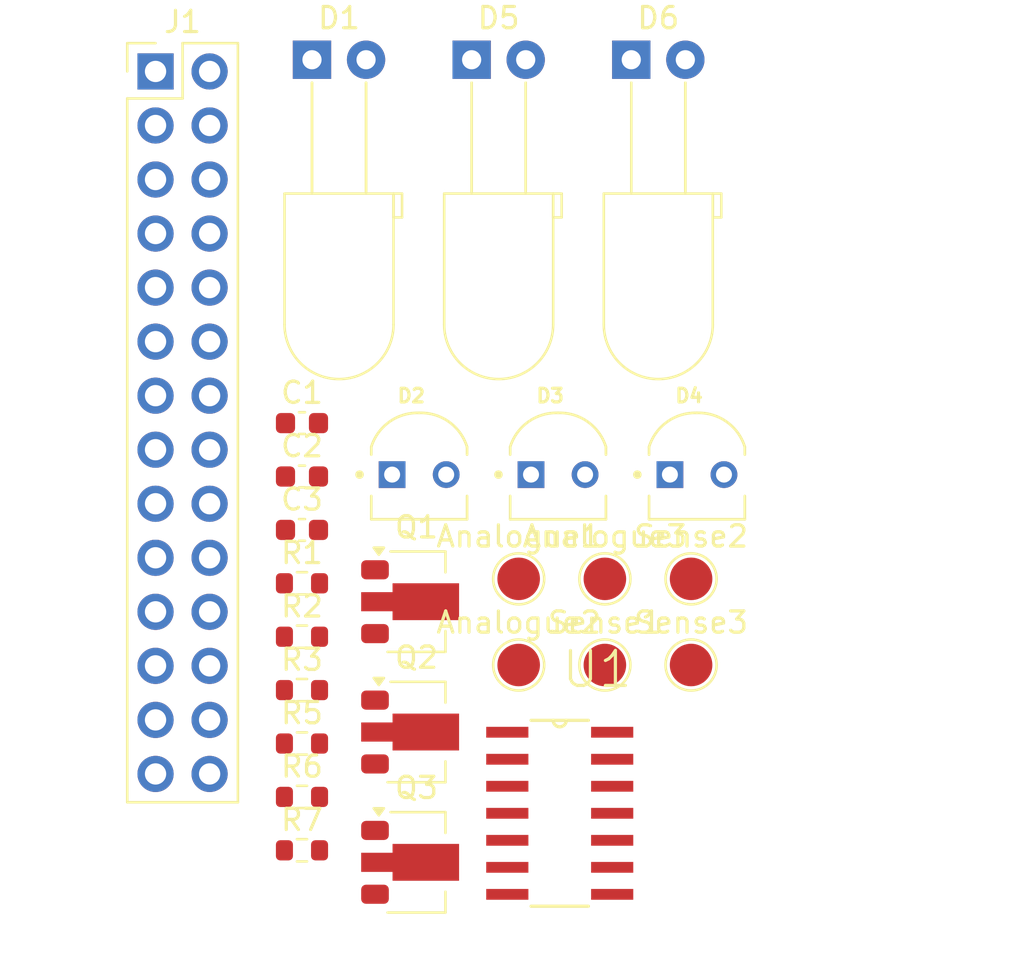
<source format=kicad_pcb>
(kicad_pcb (version 20240108) (generator "pcbnew") (generator_version "8.0")
  (layers (0 "F.Cu" signal) (31 "B.Cu" signal) (34 "B.Paste" user) (35 "F.Paste" user) (36 "B.SilkS" user "B.Silkscreen") (37 "F.SilkS" user "F.Silkscreen") (38 "B.Mask" user) (39 "F.Mask" user) (44 "Edge.Cuts" user))
  (net 0 "")
  (net 1 "Net-(J1-Pin_5)")
  (net 2 "Net-(J1-Pin_7)")
  (net 3 "Net-(J1-Pin_11)")
  (net 4 "Net-(U1-POS_1)")
  (net 5 "Net-(C1-Pad1)")
  (net 6 "Net-(U1-POS_2)")
  (net 7 "Net-(C2-Pad1)")
  (net 8 "Net-(U1-POS_3)")
  (net 9 "Net-(C3-Pad1)")
  (net 10 "Net-(D1-K)")
  (net 11 "Net-(D1-A)")
  (net 12 "VCC")
  (net 13 "Net-(D5-K)")
  (net 14 "Net-(D5-A)")
  (net 15 "Net-(D6-A)")
  (net 16 "Net-(D6-K)")
  (net 17 "GND")
  (net 19 "Net-(J1-Pin_8)")
  (net 33 "Net-(J1-Pin_12)")
  (net 35 "Net-(J1-Pin_10)")
  (footprint "TestPoint:TestPoint_Pad_D2.0mm" (layer "F.Cu") (at 149.66 88.07)
    (property "Reference" "Sense2" (at 0 -1.998 0) (layer "F.SilkS"))
    (property "Value" "TestPoint")
    (fp_circle (center 0 0) (end 0 1.2) (stroke (width 0.12)) (fill none) (layer "F.SilkS"))
    (pad "1" smd circle (at 0 0) (size 2 2) (layers "F.Cu" "F.Mask") (net 7 "Net-(C2-Pad1)"))
  )
  (footprint "TestPoint:TestPoint_Pad_D2.0mm" (layer "F.Cu") (at 141.56 88.07)
    (property "Reference" "Analogue1" (at 0 -1.998 0) (layer "F.SilkS"))
    (property "Value" "TestPoint")
    (fp_circle (center 0 0) (end 0 1.2) (stroke (width 0.12)) (fill none) (layer "F.SilkS"))
    (pad "1" smd circle (at 0 0) (size 2 2) (layers "F.Cu" "F.Mask") (net 1 "Net-(J1-Pin_5)"))
  )
  (footprint "Capacitor_SMD:C_0603_1608Metric" (layer "F.Cu") (at 131.38 83.26)
    (property "Reference" "C2" (at 0 -1.43 0) (layer "F.SilkS"))
    (property "Value" "22nF")
    (fp_line (start -0.14058 -0.51) (end 0.14058 -0.51) (stroke (width 0.12)) (layer "F.SilkS"))
    (fp_line (start -0.14058 0.51) (end 0.14058 0.51) (stroke (width 0.12)) (layer "F.SilkS"))
    (pad "1" smd roundrect (at -0.775 0) (size 0.9 0.95) (layers "F.Cu" "F.Paste" "F.Mask") (net 7 "Net-(C2-Pad1)"))
    (pad "2" smd roundrect (at 0.775 0) (size 0.9 0.95) (layers "F.Cu" "F.Paste" "F.Mask") (net 6 "Net-(U1-POS_2)"))
  )
  (footprint "TestPoint:TestPoint_Pad_D2.0mm" (layer "F.Cu") (at 145.61 92.12)
    (property "Reference" "Sense1" (at 0 -1.998 0) (layer "F.SilkS"))
    (property "Value" "TestPoint")
    (fp_circle (center 0 0) (end 0 1.2) (stroke (width 0.12)) (fill none) (layer "F.SilkS"))
    (pad "1" smd circle (at 0 0) (size 2 2) (layers "F.Cu" "F.Mask") (net 5 "Net-(C1-Pad1)"))
  )
  (footprint "LED_THT:LED_D5.0mm_Horizontal_O6.35mm_Z15.0mm" (layer "F.Cu") (at 131.85 63.67)
    (property "Reference" "D1" (at 1.27 -1.96 0) (layer "F.SilkS"))
    (property "Value" "TSAL6200")
    (fp_line (start -1.29 6.29) (end -1.29 12.45) (stroke (width 0.12)) (layer "F.SilkS"))
    (fp_line (start -1.29 6.29) (end 3.83 6.29) (stroke (width 0.12)) (layer "F.SilkS"))
    (fp_line (start 0 1.08) (end 0 1.08) (stroke (width 0.12)) (layer "F.SilkS"))
    (fp_line (start 0 1.08) (end 0 6.29) (stroke (width 0.12)) (layer "F.SilkS"))
    (fp_line (start 0 6.29) (end 0 1.08) (stroke (width 0.12)) (layer "F.SilkS"))
    (fp_line (start 0 6.29) (end 0 6.29) (stroke (width 0.12)) (layer "F.SilkS"))
    (fp_line (start 2.54 1.08) (end 2.54 1.08) (stroke (width 0.12)) (layer "F.SilkS"))
    (fp_line (start 2.54 1.08) (end 2.54 6.29) (stroke (width 0.12)) (layer "F.SilkS"))
    (fp_line (start 2.54 6.29) (end 2.54 1.08) (stroke (width 0.12)) (layer "F.SilkS"))
    (fp_line (start 2.54 6.29) (end 2.54 6.29) (stroke (width 0.12)) (layer "F.SilkS"))
    (fp_line (start 3.83 6.29) (end 3.83 12.45) (stroke (width 0.12)) (layer "F.SilkS"))
    (fp_line (start 3.83 6.29) (end 4.23 6.29) (stroke (width 0.12)) (layer "F.SilkS"))
    (fp_line (start 3.83 7.41) (end 3.83 6.29) (stroke (width 0.12)) (layer "F.SilkS"))
    (fp_line (start 4.23 6.29) (end 4.23 7.41) (stroke (width 0.12)) (layer "F.SilkS"))
    (fp_line (start 4.23 7.41) (end 3.83 7.41) (stroke (width 0.12)) (layer "F.SilkS"))
    (fp_arc (start 3.83 12.45) (mid 1.27 15.01) (end -1.29 12.45) (stroke (width 0.12)) (layer "F.SilkS"))
    (pad "1" thru_hole rect (at 0 0) (size 1.8 1.8) (drill 0.9) (layers "*.Cu" "*.Mask") (net 10 "Net-(D1-K)"))
    (pad "2" thru_hole circle (at 2.54 0) (size 1.8 1.8) (drill 0.9) (layers "*.Cu" "*.Mask") (net 11 "Net-(D1-A)"))
  )
  (footprint "Connector_PinHeader_2.54mm:PinHeader_2x14_P2.54mm_Vertical" (layer "F.Cu") (at 124.5 64.22)
    (property "Reference" "J1" (at 1.27 -2.33 0) (layer "F.SilkS"))
    (property "Value" "Conn_02x14_Odd_Even")
    (fp_line (start -1.33 -1.33) (end 0 -1.33) (stroke (width 0.12)) (layer "F.SilkS"))
    (fp_line (start -1.33 0) (end -1.33 -1.33) (stroke (width 0.12)) (layer "F.SilkS"))
    (fp_line (start -1.33 1.27) (end -1.33 34.35) (stroke (width 0.12)) (layer "F.SilkS"))
    (fp_line (start -1.33 1.27) (end 1.27 1.27) (stroke (width 0.12)) (layer "F.SilkS"))
    (fp_line (start -1.33 34.35) (end 3.87 34.35) (stroke (width 0.12)) (layer "F.SilkS"))
    (fp_line (start 1.27 -1.33) (end 3.87 -1.33) (stroke (width 0.12)) (layer "F.SilkS"))
    (fp_line (start 1.27 1.27) (end 1.27 -1.33) (stroke (width 0.12)) (layer "F.SilkS"))
    (fp_line (start 3.87 -1.33) (end 3.87 34.35) (stroke (width 0.12)) (layer "F.SilkS"))
    (pad "1" thru_hole rect (at 0 0) (size 1.7 1.7) (drill 1) (layers "*.Cu" "*.Mask"))
    (pad "2" thru_hole oval (at 2.54 0) (size 1.7 1.7) (drill 1) (layers "*.Cu" "*.Mask"))
    (pad "3" thru_hole oval (at 0 2.54) (size 1.7 1.7) (drill 1) (layers "*.Cu" "*.Mask") (net 17 "GND"))
    (pad "4" thru_hole oval (at 2.54 2.54) (size 1.7 1.7) (drill 1) (layers "*.Cu" "*.Mask") (net 12 "VCC"))
    (pad "5" thru_hole oval (at 0 5.08) (size 1.7 1.7) (drill 1) (layers "*.Cu" "*.Mask") (net 1 "Net-(J1-Pin_5)"))
    (pad "6" thru_hole oval (at 2.54 5.08) (size 1.7 1.7) (drill 1) (layers "*.Cu" "*.Mask"))
    (pad "7" thru_hole oval (at 0 7.62) (size 1.7 1.7) (drill 1) (layers "*.Cu" "*.Mask") (net 2 "Net-(J1-Pin_7)"))
    (pad "8" thru_hole oval (at 2.54 7.62) (size 1.7 1.7) (drill 1) (layers "*.Cu" "*.Mask") (net 19 "Net-(J1-Pin_8)"))
    (pad "9" thru_hole oval (at 0 10.16) (size 1.7 1.7) (drill 1) (layers "*.Cu" "*.Mask") (net 17 "GND"))
    (pad "10" thru_hole oval (at 2.54 10.16) (size 1.7 1.7) (drill 1) (layers "*.Cu" "*.Mask") (net 35 "Net-(J1-Pin_10)"))
    (pad "11" thru_hole oval (at 0 12.7) (size 1.7 1.7) (drill 1) (layers "*.Cu" "*.Mask") (net 3 "Net-(J1-Pin_11)"))
    (pad "12" thru_hole oval (at 2.54 12.7) (size 1.7 1.7) (drill 1) (layers "*.Cu" "*.Mask") (net 33 "Net-(J1-Pin_12)"))
    (pad "13" thru_hole oval (at 0 15.24) (size 1.7 1.7) (drill 1) (layers "*.Cu" "*.Mask"))
    (pad "14" thru_hole oval (at 2.54 15.24) (size 1.7 1.7) (drill 1) (layers "*.Cu" "*.Mask"))
    (pad "15" thru_hole oval (at 0 17.78) (size 1.7 1.7) (drill 1) (layers "*.Cu" "*.Mask") (net 17 "GND"))
    (pad "16" thru_hole oval (at 2.54 17.78) (size 1.7 1.7) (drill 1) (layers "*.Cu" "*.Mask"))
    (pad "17" thru_hole oval (at 0 20.32) (size 1.7 1.7) (drill 1) (layers "*.Cu" "*.Mask"))
    (pad "18" thru_hole oval (at 2.54 20.32) (size 1.7 1.7) (drill 1) (layers "*.Cu" "*.Mask"))
    (pad "19" thru_hole oval (at 0 22.86) (size 1.7 1.7) (drill 1) (layers "*.Cu" "*.Mask"))
    (pad "20" thru_hole oval (at 2.54 22.86) (size 1.7 1.7) (drill 1) (layers "*.Cu" "*.Mask"))
    (pad "21" thru_hole oval (at 0 25.4) (size 1.7 1.7) (drill 1) (layers "*.Cu" "*.Mask") (net 17 "GND"))
    (pad "22" thru_hole oval (at 2.54 25.4) (size 1.7 1.7) (drill 1) (layers "*.Cu" "*.Mask"))
    (pad "23" thru_hole oval (at 0 27.94) (size 1.7 1.7) (drill 1) (layers "*.Cu" "*.Mask"))
    (pad "24" thru_hole oval (at 2.54 27.94) (size 1.7 1.7) (drill 1) (layers "*.Cu" "*.Mask"))
    (pad "25" thru_hole oval (at 0 30.48) (size 1.7 1.7) (drill 1) (layers "*.Cu" "*.Mask"))
    (pad "26" thru_hole oval (at 2.54 30.48) (size 1.7 1.7) (drill 1) (layers "*.Cu" "*.Mask") (net 12 "VCC"))
    (pad "27" thru_hole oval (at 0 33.02) (size 1.7 1.7) (drill 1) (layers "*.Cu" "*.Mask") (net 17 "GND"))
    (pad "28" thru_hole oval (at 2.54 33.02) (size 1.7 1.7) (drill 1) (layers "*.Cu" "*.Mask"))
  )
  (footprint "TestPoint:TestPoint_Pad_D2.0mm" (layer "F.Cu") (at 149.66 92.12)
    (property "Reference" "Sense3" (at 0 -1.998 0) (layer "F.SilkS"))
    (property "Value" "TestPoint")
    (fp_circle (center 0 0) (end 0 1.2) (stroke (width 0.12)) (fill none) (layer "F.SilkS"))
    (pad "1" smd circle (at 0 0) (size 2 2) (layers "F.Cu" "F.Mask") (net 9 "Net-(C3-Pad1)"))
  )
  (footprint "Capacitor_SMD:C_0603_1608Metric" (layer "F.Cu") (at 131.38 85.77)
    (property "Reference" "C3" (at 0 -1.43 0) (layer "F.SilkS"))
    (property "Value" "22nF")
    (fp_line (start -0.14058 -0.51) (end 0.14058 -0.51) (stroke (width 0.12)) (layer "F.SilkS"))
    (fp_line (start -0.14058 0.51) (end 0.14058 0.51) (stroke (width 0.12)) (layer "F.SilkS"))
    (pad "1" smd roundrect (at -0.775 0) (size 0.9 0.95) (layers "F.Cu" "F.Paste" "F.Mask") (net 9 "Net-(C3-Pad1)"))
    (pad "2" smd roundrect (at 0.775 0) (size 0.9 0.95) (layers "F.Cu" "F.Paste" "F.Mask") (net 8 "Net-(U1-POS_3)"))
  )
  (footprint "LED_THT:LED_D5.0mm_Horizontal_O6.35mm_Z15.0mm" (layer "F.Cu") (at 146.85 63.67)
    (property "Reference" "D6" (at 1.27 -1.96 0) (layer "F.SilkS"))
    (property "Value" "TSAL6200")
    (fp_line (start -1.29 6.29) (end -1.29 12.45) (stroke (width 0.12)) (layer "F.SilkS"))
    (fp_line (start -1.29 6.29) (end 3.83 6.29) (stroke (width 0.12)) (layer "F.SilkS"))
    (fp_line (start 0 1.08) (end 0 1.08) (stroke (width 0.12)) (layer "F.SilkS"))
    (fp_line (start 0 1.08) (end 0 6.29) (stroke (width 0.12)) (layer "F.SilkS"))
    (fp_line (start 0 6.29) (end 0 1.08) (stroke (width 0.12)) (layer "F.SilkS"))
    (fp_line (start 0 6.29) (end 0 6.29) (stroke (width 0.12)) (layer "F.SilkS"))
    (fp_line (start 2.54 1.08) (end 2.54 1.08) (stroke (width 0.12)) (layer "F.SilkS"))
    (fp_line (start 2.54 1.08) (end 2.54 6.29) (stroke (width 0.12)) (layer "F.SilkS"))
    (fp_line (start 2.54 6.29) (end 2.54 1.08) (stroke (width 0.12)) (layer "F.SilkS"))
    (fp_line (start 2.54 6.29) (end 2.54 6.29) (stroke (width 0.12)) (layer "F.SilkS"))
    (fp_line (start 3.83 6.29) (end 3.83 12.45) (stroke (width 0.12)) (layer "F.SilkS"))
    (fp_line (start 3.83 6.29) (end 4.23 6.29) (stroke (width 0.12)) (layer "F.SilkS"))
    (fp_line (start 3.83 7.41) (end 3.83 6.29) (stroke (width 0.12)) (layer "F.SilkS"))
    (fp_line (start 4.23 6.29) (end 4.23 7.41) (stroke (width 0.12)) (layer "F.SilkS"))
    (fp_line (start 4.23 7.41) (end 3.83 7.41) (stroke (width 0.12)) (layer "F.SilkS"))
    (fp_arc (start 3.83 12.45) (mid 1.27 15.01) (end -1.29 12.45) (stroke (width 0.12)) (layer "F.SilkS"))
    (pad "1" thru_hole rect (at 0 0) (size 1.8 1.8) (drill 0.9) (layers "*.Cu" "*.Mask") (net 16 "Net-(D6-K)"))
    (pad "2" thru_hole circle (at 2.54 0) (size 1.8 1.8) (drill 0.9) (layers "*.Cu" "*.Mask") (net 15 "Net-(D6-A)"))
  )
  (footprint "Package_TO_SOT_SMD:SOT-89-3" (layer "F.Cu") (at 136.76 89.145)
    (property "Reference" "Q1" (at 0 -3.5 0) (layer "F.SilkS"))
    (property "Value" "C9634")
    (fp_line (start -1.22 -2.36) (end 1.36 -2.36) (stroke (width 0.12)) (layer "F.SilkS"))
    (fp_line (start 1.36 -1.38) (end 1.36 -2.36) (stroke (width 0.12)) (layer "F.SilkS"))
    (fp_line (start 1.36 1.38) (end 1.36 2.36) (stroke (width 0.12)) (layer "F.SilkS"))
    (fp_line (start 1.36 2.36) (end -1.36 2.36) (stroke (width 0.12)) (layer "F.SilkS"))
    (fp_poly (pts (xy -1.77 -2.21) (xy -2.01 -2.54) (xy -1.53 -2.54) (xy -1.77 -2.21)) (stroke (width 0.12)) (fill solid) (layer "F.SilkS"))
    (pad "1" smd roundrect (at -1.95 -1.5) (size 1.3 0.9) (layers "F.Cu" "F.Paste" "F.Mask") (net 19 "Net-(J1-Pin_8)"))
    (pad "2" smd custom (at -1.8625 0) (size 1.475 0.9) (layers "F.Cu" "F.Paste" "F.Mask") (net 12 "VCC") (options (clearance outline) (anchor rect)) (primitives (gr_poly (pts (xy 3.8625 0.8665) (xy 0.7375 0.8665) (xy 0.7375 -0.8665) (xy 3.8625 -0.8665)) (width 0) (fill yes))))
    (pad "3" smd roundrect (at -1.95 1.5) (size 1.3 0.9) (layers "F.Cu" "F.Paste" "F.Mask") (net 11 "Net-(D1-A)"))
  )
  (footprint "Package_TO_SOT_SMD:SOT-89-3" (layer "F.Cu") (at 136.76 101.395)
    (property "Reference" "Q3" (at 0 -3.5 0) (layer "F.SilkS"))
    (property "Value" "C9634")
    (fp_line (start -1.22 -2.36) (end 1.36 -2.36) (stroke (width 0.12)) (layer "F.SilkS"))
    (fp_line (start 1.36 -1.38) (end 1.36 -2.36) (stroke (width 0.12)) (layer "F.SilkS"))
    (fp_line (start 1.36 1.38) (end 1.36 2.36) (stroke (width 0.12)) (layer "F.SilkS"))
    (fp_line (start 1.36 2.36) (end -1.36 2.36) (stroke (width 0.12)) (layer "F.SilkS"))
    (fp_poly (pts (xy -1.77 -2.21) (xy -2.01 -2.54) (xy -1.53 -2.54) (xy -1.77 -2.21)) (stroke (width 0.12)) (fill solid) (layer "F.SilkS"))
    (pad "1" smd roundrect (at -1.95 -1.5) (size 1.3 0.9) (layers "F.Cu" "F.Paste" "F.Mask") (net 33 "Net-(J1-Pin_12)"))
    (pad "2" smd custom (at -1.8625 0) (size 1.475 0.9) (layers "F.Cu" "F.Paste" "F.Mask") (net 12 "VCC") (options (clearance outline) (anchor rect)) (primitives (gr_poly (pts (xy 3.8625 0.8665) (xy 0.7375 0.8665) (xy 0.7375 -0.8665) (xy 3.8625 -0.8665)) (width 0) (fill yes))))
    (pad "3" smd roundrect (at -1.95 1.5) (size 1.3 0.9) (layers "F.Cu" "F.Paste" "F.Mask") (net 15 "Net-(D6-A)"))
  )
  (footprint "Resistor_SMD:R_0603_1608Metric" (layer "F.Cu") (at 131.38 90.79)
    (property "Reference" "R2" (at 0 -1.43 0) (layer "F.SilkS"))
    (property "Value" "33")
    (fp_line (start -0.237258 -0.5225) (end 0.237258 -0.5225) (stroke (width 0.12)) (layer "F.SilkS"))
    (fp_line (start -0.237258 0.5225) (end 0.237258 0.5225) (stroke (width 0.12)) (layer "F.SilkS"))
    (pad "1" smd roundrect (at -0.825 0) (size 0.8 0.95) (layers "F.Cu" "F.Paste" "F.Mask") (net 13 "Net-(D5-K)"))
    (pad "2" smd roundrect (at 0.825 0) (size 0.8 0.95) (layers "F.Cu" "F.Paste" "F.Mask") (net 17 "GND"))
  )
  (footprint "Resistor_SMD:R_0603_1608Metric" (layer "F.Cu") (at 131.38 98.32)
    (property "Reference" "R6" (at 0 -1.43 0) (layer "F.SilkS"))
    (property "Value" "2M")
    (fp_line (start -0.237258 -0.5225) (end 0.237258 -0.5225) (stroke (width 0.12)) (layer "F.SilkS"))
    (fp_line (start -0.237258 0.5225) (end 0.237258 0.5225) (stroke (width 0.12)) (layer "F.SilkS"))
    (pad "1" smd roundrect (at -0.825 0) (size 0.8 0.95) (layers "F.Cu" "F.Paste" "F.Mask") (net 7 "Net-(C2-Pad1)"))
    (pad "2" smd roundrect (at 0.825 0) (size 0.8 0.95) (layers "F.Cu" "F.Paste" "F.Mask") (net 17 "GND"))
  )
  (footprint "KiCAD Library:XDCR_BPV22NF" (layer "F.Cu") (at 136.885 83.17)
    (property "Reference" "D2" (at -0.368 -3.7064 0) (layer "F.SilkS") (effects (font (size 0.64 0.64))))
    (property "Value" "BPV22NF")
    (fp_line (start -2.25 -1.3) (end -2.25 -0.94) (stroke (width 0.127)) (layer "F.SilkS"))
    (fp_line (start -2.25 1.005) (end -2.25 2.1) (stroke (width 0.127)) (layer "F.SilkS"))
    (fp_line (start -2.25 2.1) (end 2.25 2.1) (stroke (width 0.127)) (layer "F.SilkS"))
    (fp_line (start 2.25 -0.94) (end 2.25 -1.3) (stroke (width 0.127)) (layer "F.SilkS"))
    (fp_line (start 2.25 2.1) (end 2.25 1.005) (stroke (width 0.127)) (layer "F.SilkS"))
    (fp_arc (start -2.25 -1.3) (mid -1.396563 -2.481886) (end 0 -2.899999) (stroke (width 0.127)) (layer "F.SilkS"))
    (fp_arc (start 0 -2.899999) (mid 1.396563 -2.481885) (end 2.25 -1.3) (stroke (width 0.127)) (layer "F.SilkS"))
    (fp_circle (center -2.8 0) (end -2.7 0) (stroke (width 0.2)) (fill none) (layer "F.SilkS"))
    (pad "A" thru_hole circle (at 1.27 0) (size 1.258 1.258) (drill 0.75) (layers "*.Cu" "*.Mask") (net 7 "Net-(C2-Pad1)"))
    (pad "K" thru_hole rect (at -1.27 0) (size 1.258 1.258) (drill 0.75) (layers "*.Cu" "*.Mask") (net 12 "VCC"))
  )
  (footprint "KiCAD Library:XDCR_BPV22NF" (layer "F.Cu") (at 149.935 83.17)
    (property "Reference" "D4" (at -0.368 -3.7064 0) (layer "F.SilkS") (effects (font (size 0.64 0.64))))
    (property "Value" "BPV22NF")
    (fp_line (start -2.25 -1.3) (end -2.25 -0.94) (stroke (width 0.127)) (layer "F.SilkS"))
    (fp_line (start -2.25 1.005) (end -2.25 2.1) (stroke (width 0.127)) (layer "F.SilkS"))
    (fp_line (start -2.25 2.1) (end 2.25 2.1) (stroke (width 0.127)) (layer "F.SilkS"))
    (fp_line (start 2.25 -0.94) (end 2.25 -1.3) (stroke (width 0.127)) (layer "F.SilkS"))
    (fp_line (start 2.25 2.1) (end 2.25 1.005) (stroke (width 0.127)) (layer "F.SilkS"))
    (fp_arc (start -2.25 -1.3) (mid -1.396563 -2.481886) (end 0 -2.899999) (stroke (width 0.127)) (layer "F.SilkS"))
    (fp_arc (start 0 -2.899999) (mid 1.396563 -2.481885) (end 2.25 -1.3) (stroke (width 0.127)) (layer "F.SilkS"))
    (fp_circle (center -2.8 0) (end -2.7 0) (stroke (width 0.2)) (fill none) (layer "F.SilkS"))
    (pad "A" thru_hole circle (at 1.27 0) (size 1.258 1.258) (drill 0.75) (layers "*.Cu" "*.Mask") (net 5 "Net-(C1-Pad1)"))
    (pad "K" thru_hole rect (at -1.27 0) (size 1.258 1.258) (drill 0.75) (layers "*.Cu" "*.Mask") (net 12 "VCC"))
  )
  (footprint "LED_THT:LED_D5.0mm_Horizontal_O6.35mm_Z15.0mm" (layer "F.Cu") (at 139.35 63.67)
    (property "Reference" "D5" (at 1.27 -1.96 0) (layer "F.SilkS"))
    (property "Value" "TSAL6200")
    (fp_line (start -1.29 6.29) (end -1.29 12.45) (stroke (width 0.12)) (layer "F.SilkS"))
    (fp_line (start -1.29 6.29) (end 3.83 6.29) (stroke (width 0.12)) (layer "F.SilkS"))
    (fp_line (start 0 1.08) (end 0 1.08) (stroke (width 0.12)) (layer "F.SilkS"))
    (fp_line (start 0 1.08) (end 0 6.29) (stroke (width 0.12)) (layer "F.SilkS"))
    (fp_line (start 0 6.29) (end 0 1.08) (stroke (width 0.12)) (layer "F.SilkS"))
    (fp_line (start 0 6.29) (end 0 6.29) (stroke (width 0.12)) (layer "F.SilkS"))
    (fp_line (start 2.54 1.08) (end 2.54 1.08) (stroke (width 0.12)) (layer "F.SilkS"))
    (fp_line (start 2.54 1.08) (end 2.54 6.29) (stroke (width 0.12)) (layer "F.SilkS"))
    (fp_line (start 2.54 6.29) (end 2.54 1.08) (stroke (width 0.12)) (layer "F.SilkS"))
    (fp_line (start 2.54 6.29) (end 2.54 6.29) (stroke (width 0.12)) (layer "F.SilkS"))
    (fp_line (start 3.83 6.29) (end 3.83 12.45) (stroke (width 0.12)) (layer "F.SilkS"))
    (fp_line (start 3.83 6.29) (end 4.23 6.29) (stroke (width 0.12)) (layer "F.SilkS"))
    (fp_line (start 3.83 7.41) (end 3.83 6.29) (stroke (width 0.12)) (layer "F.SilkS"))
    (fp_line (start 4.23 6.29) (end 4.23 7.41) (stroke (width 0.12)) (layer "F.SilkS"))
    (fp_line (start 4.23 7.41) (end 3.83 7.41) (stroke (width 0.12)) (layer "F.SilkS"))
    (fp_arc (start 3.83 12.45) (mid 1.27 15.01) (end -1.29 12.45) (stroke (width 0.12)) (layer "F.SilkS"))
    (pad "1" thru_hole rect (at 0 0) (size 1.8 1.8) (drill 0.9) (layers "*.Cu" "*.Mask") (net 13 "Net-(D5-K)"))
    (pad "2" thru_hole circle (at 2.54 0) (size 1.8 1.8) (drill 0.9) (layers "*.Cu" "*.Mask") (net 14 "Net-(D5-A)"))
  )
  (footprint "Resistor_SMD:R_0603_1608Metric" (layer "F.Cu") (at 131.38 95.81)
    (property "Reference" "R5" (at 0 -1.43 0) (layer "F.SilkS"))
    (property "Value" "2M")
    (fp_line (start -0.237258 -0.5225) (end 0.237258 -0.5225) (stroke (width 0.12)) (layer "F.SilkS"))
    (fp_line (start -0.237258 0.5225) (end 0.237258 0.5225) (stroke (width 0.12)) (layer "F.SilkS"))
    (pad "1" smd roundrect (at -0.825 0) (size 0.8 0.95) (layers "F.Cu" "F.Paste" "F.Mask") (net 5 "Net-(C1-Pad1)"))
    (pad "2" smd roundrect (at 0.825 0) (size 0.8 0.95) (layers "F.Cu" "F.Paste" "F.Mask") (net 17 "GND"))
  )
  (footprint "Resistor_SMD:R_0603_1608Metric" (layer "F.Cu") (at 131.38 100.83)
    (property "Reference" "R7" (at 0 -1.43 0) (layer "F.SilkS"))
    (property "Value" "2M")
    (fp_line (start -0.237258 -0.5225) (end 0.237258 -0.5225) (stroke (width 0.12)) (layer "F.SilkS"))
    (fp_line (start -0.237258 0.5225) (end 0.237258 0.5225) (stroke (width 0.12)) (layer "F.SilkS"))
    (pad "1" smd roundrect (at -0.825 0) (size 0.8 0.95) (layers "F.Cu" "F.Paste" "F.Mask") (net 9 "Net-(C3-Pad1)"))
    (pad "2" smd roundrect (at 0.825 0) (size 0.8 0.95) (layers "F.Cu" "F.Paste" "F.Mask") (net 17 "GND"))
  )
  (footprint "TestPoint:TestPoint_Pad_D2.0mm" (layer "F.Cu") (at 141.56 92.12)
    (property "Reference" "Analogue2" (at 0 -1.998 0) (layer "F.SilkS"))
    (property "Value" "TestPoint")
    (fp_circle (center 0 0) (end 0 1.2) (stroke (width 0.12)) (fill none) (layer "F.SilkS"))
    (pad "1" smd circle (at 0 0) (size 2 2) (layers "F.Cu" "F.Mask") (net 2 "Net-(J1-Pin_7)"))
  )
  (footprint "Capacitor_SMD:C_0603_1608Metric" (layer "F.Cu") (at 131.38 80.75)
    (property "Reference" "C1" (at 0 -1.43 0) (layer "F.SilkS"))
    (property "Value" "22nF")
    (fp_line (start -0.14058 -0.51) (end 0.14058 -0.51) (stroke (width 0.12)) (layer "F.SilkS"))
    (fp_line (start -0.14058 0.51) (end 0.14058 0.51) (stroke (width 0.12)) (layer "F.SilkS"))
    (pad "1" smd roundrect (at -0.775 0) (size 0.9 0.95) (layers "F.Cu" "F.Paste" "F.Mask") (net 5 "Net-(C1-Pad1)"))
    (pad "2" smd roundrect (at 0.775 0) (size 0.9 0.95) (layers "F.Cu" "F.Paste" "F.Mask") (net 4 "Net-(U1-POS_1)"))
  )
  (footprint "KiCAD Library:XDCR_BPV22NF" (layer "F.Cu") (at 143.41 83.17)
    (property "Reference" "D3" (at -0.368 -3.7064 0) (layer "F.SilkS") (effects (font (size 0.64 0.64))))
    (property "Value" "BPV22NF")
    (fp_line (start -2.25 -1.3) (end -2.25 -0.94) (stroke (width 0.127)) (layer "F.SilkS"))
    (fp_line (start -2.25 1.005) (end -2.25 2.1) (stroke (width 0.127)) (layer "F.SilkS"))
    (fp_line (start -2.25 2.1) (end 2.25 2.1) (stroke (width 0.127)) (layer "F.SilkS"))
    (fp_line (start 2.25 -0.94) (end 2.25 -1.3) (stroke (width 0.127)) (layer "F.SilkS"))
    (fp_line (start 2.25 2.1) (end 2.25 1.005) (stroke (width 0.127)) (layer "F.SilkS"))
    (fp_arc (start -2.25 -1.3) (mid -1.396563 -2.481886) (end 0 -2.899999) (stroke (width 0.127)) (layer "F.SilkS"))
    (fp_arc (start 0 -2.899999) (mid 1.396563 -2.481885) (end 2.25 -1.3) (stroke (width 0.127)) (layer "F.SilkS"))
    (fp_circle (center -2.8 0) (end -2.7 0) (stroke (width 0.2)) (fill none) (layer "F.SilkS"))
    (pad "A" thru_hole circle (at 1.27 0) (size 1.258 1.258) (drill 0.75) (layers "*.Cu" "*.Mask") (net 9 "Net-(C3-Pad1)"))
    (pad "K" thru_hole rect (at -1.27 0) (size 1.258 1.258) (drill 0.75) (layers "*.Cu" "*.Mask") (net 12 "VCC"))
  )
  (footprint "TestPoint:TestPoint_Pad_D2.0mm" (layer "F.Cu") (at 145.61 88.07)
    (property "Reference" "Analogue3" (at 0 -1.998 0) (layer "F.SilkS"))
    (property "Value" "TestPoint")
    (fp_circle (center 0 0) (end 0 1.2) (stroke (width 0.12)) (fill none) (layer "F.SilkS"))
    (pad "1" smd circle (at 0 0) (size 2 2) (layers "F.Cu" "F.Mask") (net 3 "Net-(J1-Pin_11)"))
  )
  (footprint "Package_TO_SOT_SMD:SOT-89-3" (layer "F.Cu") (at 136.76 95.27)
    (property "Reference" "Q2" (at 0 -3.5 0) (layer "F.SilkS"))
    (property "Value" "C9634")
    (fp_line (start -1.22 -2.36) (end 1.36 -2.36) (stroke (width 0.12)) (layer "F.SilkS"))
    (fp_line (start 1.36 -1.38) (end 1.36 -2.36) (stroke (width 0.12)) (layer "F.SilkS"))
    (fp_line (start 1.36 1.38) (end 1.36 2.36) (stroke (width 0.12)) (layer "F.SilkS"))
    (fp_line (start 1.36 2.36) (end -1.36 2.36) (stroke (width 0.12)) (layer "F.SilkS"))
    (fp_poly (pts (xy -1.77 -2.21) (xy -2.01 -2.54) (xy -1.53 -2.54) (xy -1.77 -2.21)) (stroke (width 0.12)) (fill solid) (layer "F.SilkS"))
    (pad "1" smd roundrect (at -1.95 -1.5) (size 1.3 0.9) (layers "F.Cu" "F.Paste" "F.Mask") (net 35 "Net-(J1-Pin_10)"))
    (pad "2" smd custom (at -1.8625 0) (size 1.475 0.9) (layers "F.Cu" "F.Paste" "F.Mask") (net 12 "VCC") (options (clearance outline) (anchor rect)) (primitives (gr_poly (pts (xy 3.8625 0.8665) (xy 0.7375 0.8665) (xy 0.7375 -0.8665) (xy 3.8625 -0.8665)) (width 0) (fill yes))))
    (pad "3" smd roundrect (at -1.95 1.5) (size 1.3 0.9) (layers "F.Cu" "F.Paste" "F.Mask") (net 14 "Net-(D5-A)"))
  )
  (footprint "Resistor_SMD:R_0603_1608Metric" (layer "F.Cu") (at 131.38 93.3)
    (property "Reference" "R3" (at 0 -1.43 0) (layer "F.SilkS"))
    (property "Value" "33")
    (fp_line (start -0.237258 -0.5225) (end 0.237258 -0.5225) (stroke (width 0.12)) (layer "F.SilkS"))
    (fp_line (start -0.237258 0.5225) (end 0.237258 0.5225) (stroke (width 0.12)) (layer "F.SilkS"))
    (pad "1" smd roundrect (at -0.825 0) (size 0.8 0.95) (layers "F.Cu" "F.Paste" "F.Mask") (net 16 "Net-(D6-K)"))
    (pad "2" smd roundrect (at 0.825 0) (size 0.8 0.95) (layers "F.Cu" "F.Paste" "F.Mask") (net 17 "GND"))
  )
  (footprint "LM324DT:SOIC127P600X175-14N" (layer "F.Cu") (at 143.4894 99.09)
    (property "Reference" "U1" (at 1.75433 -6.76309 0) (layer "F.SilkS") (effects (font (size 1.641622 1.641622))))
    (property "Value" "LM324DT")
    (fp_line (start -1.3462 4.3688) (end 1.3462 4.3688) (stroke (width 0.1524)) (layer "F.SilkS"))
    (fp_line (start -0.3048 -4.3688) (end -1.3462 -4.3688) (stroke (width 0.1524)) (layer "F.SilkS"))
    (fp_line (start 0.3048 -4.3688) (end -0.3048 -4.3688) (stroke (width 0.1524)) (layer "F.SilkS"))
    (fp_line (start 1.3462 -4.3688) (end 0.3048 -4.3688) (stroke (width 0.1524)) (layer "F.SilkS"))
    (fp_arc (start 0.3048 -4.3688) (mid 0 -4.064) (end -0.3048 -4.3688) (stroke (width 0.1524)) (layer "F.SilkS"))
    (pad "1" smd rect (at -2.4638 -3.81) (size 1.9812 0.508) (layers "F.Cu" "F.Paste" "F.Mask") (net 1 "Net-(J1-Pin_5)"))
    (pad "2" smd rect (at -2.4638 -2.54) (size 1.9812 0.508) (layers "F.Cu" "F.Paste" "F.Mask") (net 1 "Net-(J1-Pin_5)"))
    (pad "3" smd rect (at -2.4638 -1.27) (size 1.9812 0.508) (layers "F.Cu" "F.Paste" "F.Mask") (net 4 "Net-(U1-POS_1)"))
    (pad "4" smd rect (at -2.4638 0) (size 1.9812 0.508) (layers "F.Cu" "F.Paste" "F.Mask") (net 12 "VCC"))
    (pad "5" smd rect (at -2.4638 1.27) (size 1.9812 0.508) (layers "F.Cu" "F.Paste" "F.Mask") (net 6 "Net-(U1-POS_2)"))
    (pad "6" smd rect (at -2.4638 2.54) (size 1.9812 0.508) (layers "F.Cu" "F.Paste" "F.Mask") (net 2 "Net-(J1-Pin_7)"))
    (pad "7" smd rect (at -2.4638 3.81) (size 1.9812 0.508) (layers "F.Cu" "F.Paste" "F.Mask") (net 2 "Net-(J1-Pin_7)"))
    (pad "8" smd rect (at 2.4638 3.81) (size 1.9812 0.508) (layers "F.Cu" "F.Paste" "F.Mask") (net 3 "Net-(J1-Pin_11)"))
    (pad "9" smd rect (at 2.4638 2.54) (size 1.9812 0.508) (layers "F.Cu" "F.Paste" "F.Mask") (net 3 "Net-(J1-Pin_11)"))
    (pad "10" smd rect (at 2.4638 1.27) (size 1.9812 0.508) (layers "F.Cu" "F.Paste" "F.Mask") (net 8 "Net-(U1-POS_3)"))
    (pad "11" smd rect (at 2.4638 0) (size 1.9812 0.508) (layers "F.Cu" "F.Paste" "F.Mask") (net 17 "GND"))
    (pad "12" smd rect (at 2.4638 -1.27) (size 1.9812 0.508) (layers "F.Cu" "F.Paste" "F.Mask"))
    (pad "13" smd rect (at 2.4638 -2.54) (size 1.9812 0.508) (layers "F.Cu" "F.Paste" "F.Mask"))
    (pad "14" smd rect (at 2.4638 -3.81) (size 1.9812 0.508) (layers "F.Cu" "F.Paste" "F.Mask"))
  )
  (footprint "Resistor_SMD:R_0603_1608Metric" (layer "F.Cu") (at 131.38 88.28)
    (property "Reference" "R1" (at 0 -1.43 0) (layer "F.SilkS"))
    (property "Value" "33")
    (fp_line (start -0.237258 -0.5225) (end 0.237258 -0.5225) (stroke (width 0.12)) (layer "F.SilkS"))
    (fp_line (start -0.237258 0.5225) (end 0.237258 0.5225) (stroke (width 0.12)) (layer "F.SilkS"))
    (pad "1" smd roundrect (at -0.825 0) (size 0.8 0.95) (layers "F.Cu" "F.Paste" "F.Mask") (net 10 "Net-(D1-K)"))
    (pad "2" smd roundrect (at 0.825 0) (size 0.8 0.95) (layers "F.Cu" "F.Paste" "F.Mask") (net 17 "GND"))
  )
)
</source>
